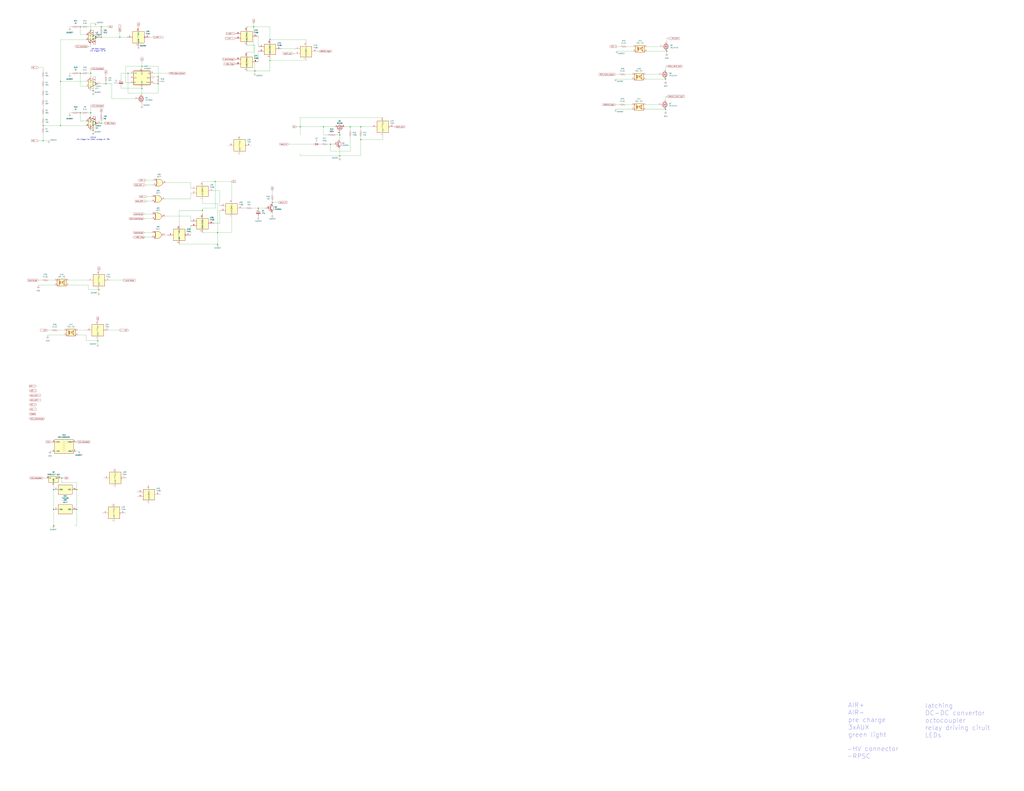
<source format=kicad_sch>
(kicad_sch (version 20231120) (generator "eeschema") (generator_version "8.0")
  (paper "E")
  (junction (at 237.49 266.7))
  (junction (at 393.7 152.4))
  (junction (at 727.71 55.88))
  (junction (at 726.44 119.38))
  (junction (at 139.7 80.01))
  (junction (at 106.68 372.11))
  (junction (at 99.06 80.01))
  (junction (at 66.04 137.16))
  (junction (at 101.6 99.06))
  (junction (at 294.64 43.18))
  (junction (at 58.42 556.26))
  (junction (at 360.68 157.48))
  (junction (at 46.99 137.16))
  (junction (at 220.98 229.87))
  (junction (at 46.99 153.67))
  (junction (at 87.63 29.21))
  (junction (at 115.57 91.44))
  (junction (at 370.84 147.32))
  (junction (at 172.72 83.82))
  (junction (at 87.63 123.19))
  (junction (at 58.42 574.04))
  (junction (at 234.95 198.12))
  (junction (at 110.49 29.21))
  (junction (at 110.49 134.62))
  (junction (at 237.49 254))
  (junction (at 58.42 534.67))
  (junction (at 353.06 138.43))
  (junction (at 101.6 142.24))
  (junction (at 67.31 521.97))
  (junction (at 83.82 556.26))
  (junction (at 370.84 170.18))
  (junction (at 281.94 227.33))
  (junction (at 382.27 138.43))
  (junction (at 99.06 33.02))
  (junction (at 327.66 138.43))
  (junction (at 154.94 96.52))
  (junction (at 297.18 220.98))
  (junction (at 278.13 77.47))
  (junction (at 294.64 66.04))
  (junction (at 87.63 80.01))
  (junction (at 393.7 138.43))
  (junction (at 154.94 72.39))
  (junction (at 172.72 91.44))
  (junction (at 99.06 123.19))
  (junction (at 130.81 40.64))
  (junction (at 107.95 316.23))
  (junction (at 726.44 86.36))
  (junction (at 83.82 534.67))
  (junction (at 66.04 88.9))
  (junction (at 276.86 29.21))
  (junction (at 110.49 40.64))
  (wire (pts (xy 83.82 534.67) (xy 83.82 556.26)))
  (wire (pts (xy 99.06 80.01) (xy 99.06 83.82)))
  (wire (pts (xy 46.99 153.67) (xy 46.99 146.05)))
  (wire (pts (xy 86.36 80.01) (xy 87.63 80.01)))
  (wire (pts (xy 130.81 40.64) (xy 138.43 40.64)))
  (wire (pts (xy 63.5 360.68) (xy 69.85 360.68)))
  (wire (pts (xy 46.99 125.73) (xy 46.99 128.27)))
  (wire (pts (xy 220.98 227.33) (xy 220.98 229.87)))
  (wire (pts (xy 240.03 208.28) (xy 240.03 224.79)))
  (wire (pts (xy 119.38 360.68) (xy 130.81 360.68)))
  (wire (pts (xy 269.24 77.47) (xy 278.13 77.47)))
  (wire (pts (xy 83.82 556.26) (xy 83.82 574.04)))
  (wire (pts (xy 157.48 254) (xy 165.1 254)))
  (wire (pts (xy 370.84 147.32) (xy 370.84 152.4)))
  (wire (pts (xy 281.94 39.37) (xy 281.94 50.8)))
  (wire (pts (xy 151.13 29.21) (xy 151.13 30.48)))
  (wire (pts (xy 172.72 91.44) (xy 172.72 101.6)))
  (wire (pts (xy 673.1 55.88) (xy 690.88 55.88)))
  (wire (pts (xy 704.85 119.38) (xy 726.44 119.38)))
  (wire (pts (xy 327.66 128.27) (xy 327.66 138.43)))
  (wire (pts (xy 106.68 372.11) (xy 106.68 370.84)))
  (wire (pts (xy 132.08 80.01) (xy 132.08 86.36)))
  (wire (pts (xy 269.24 57.15) (xy 276.86 57.15)))
  (wire (pts (xy 139.7 101.6) (xy 172.72 101.6)))
  (wire (pts (xy 320.04 58.42) (xy 321.31 58.42)))
  (wire (pts (xy 208.28 246.38) (xy 208.28 256.54)))
  (wire (pts (xy 46.99 137.16) (xy 46.99 138.43)))
  (wire (pts (xy 718.82 114.3) (xy 704.85 114.3)))
  (wire (pts (xy 252.73 237.49) (xy 252.73 254)))
  (wire (pts (xy 67.31 527.05) (xy 67.31 521.97)))
  (wire (pts (xy 110.49 29.21) (xy 110.49 30.48)))
  (wire (pts (xy 370.84 162.56) (xy 370.84 170.18)))
  (wire (pts (xy 99.06 74.93) (xy 99.06 80.01)))
  (wire (pts (xy 158.75 196.85) (xy 166.37 196.85)))
  (wire (pts (xy 115.57 90.17) (xy 115.57 91.44)))
  (wire (pts (xy 106.68 375.92) (xy 106.68 372.11)))
  (wire (pts (xy 220.98 254) (xy 237.49 254)))
  (wire (pts (xy 327.66 138.43) (xy 353.06 138.43)))
  (wire (pts (xy 327.66 128.27) (xy 417.83 128.27)))
  (wire (pts (xy 55.88 482.6) (xy 57.15 482.6)))
  (wire (pts (xy 66.04 88.9) (xy 66.04 137.16)))
  (wire (pts (xy 41.91 153.67) (xy 46.99 153.67)))
  (wire (pts (xy 393.7 138.43) (xy 405.13 138.43)))
  (wire (pts (xy 52.07 365.76) (xy 69.85 365.76)))
  (wire (pts (xy 83.82 574.04) (xy 81.28 574.04)))
  (wire (pts (xy 99.06 25.4) (xy 99.06 33.02)))
  (wire (pts (xy 382.27 138.43) (xy 393.7 138.43)))
  (wire (pts (xy 726.44 72.39) (xy 726.44 76.2)))
  (wire (pts (xy 83.82 534.67) (xy 83.82 527.05)))
  (wire (pts (xy 58.42 556.26) (xy 58.42 574.04)))
  (wire (pts (xy 85.09 365.76) (xy 93.98 365.76)))
  (wire (pts (xy 88.9 123.19) (xy 87.63 123.19)))
  (wire (pts (xy 334.01 45.72) (xy 334.01 43.18)))
  (wire (pts (xy 96.52 29.21) (xy 110.49 29.21)))
  (wire (pts (xy 240.03 208.28) (xy 233.68 208.28)))
  (wire (pts (xy 142.24 90.17) (xy 137.16 90.17)))
  (wire (pts (xy 208.28 199.39) (xy 208.28 205.74)))
  (wire (pts (xy 154.94 72.39) (xy 172.72 72.39)))
  (wire (pts (xy 109.22 91.44) (xy 115.57 91.44)))
  (wire (pts (xy 54.61 492.76) (xy 57.15 492.76)))
  (wire (pts (xy 66.04 43.18) (xy 66.04 88.9)))
  (wire (pts (xy 671.83 119.38) (xy 689.61 119.38)))
  (wire (pts (xy 158.75 201.93) (xy 166.37 201.93)))
  (wire (pts (xy 281.94 227.33) (xy 289.56 227.33)))
  (wire (pts (xy 93.98 38.1) (xy 87.63 38.1)))
  (wire (pts (xy 294.64 77.47) (xy 278.13 77.47)))
  (wire (pts (xy 167.64 83.82) (xy 167.64 85.09)))
  (wire (pts (xy 360.68 157.48) (xy 363.22 157.48)))
  (wire (pts (xy 115.57 81.28) (xy 115.57 82.55)))
  (wire (pts (xy 727.71 105.41) (xy 726.44 105.41)))
  (wire (pts (xy 41.91 311.15) (xy 59.69 311.15)))
  (wire (pts (xy 110.49 38.1) (xy 110.49 40.64)))
  (wire (pts (xy 172.72 72.39) (xy 172.72 83.82)))
  (wire (pts (xy 74.93 311.15) (xy 96.52 311.15)))
  (wire (pts (xy 83.82 527.05) (xy 67.31 527.05)))
  (wire (pts (xy 683.26 81.28) (xy 689.61 81.28)))
  (wire (pts (xy 46.99 105.41) (xy 46.99 107.95)))
  (wire (pts (xy 252.73 198.12) (xy 252.73 217.17)))
  (wire (pts (xy 237.49 222.25) (xy 237.49 254)))
  (wire (pts (xy 281.94 228.6) (xy 281.94 227.33)))
  (wire (pts (xy 237.49 254) (xy 252.73 254)))
  (wire (pts (xy 276.86 25.4) (xy 276.86 29.21)))
  (wire (pts (xy 181.61 199.39) (xy 208.28 199.39)))
  (wire (pts (xy 195.58 229.87) (xy 220.98 229.87)))
  (wire (pts (xy 130.81 34.29) (xy 130.81 40.64)))
  (wire (pts (xy 99.06 115.57) (xy 99.06 123.19)))
  (wire (pts (xy 220.98 218.44) (xy 220.98 222.25)))
  (wire (pts (xy 208.28 217.17) (xy 180.34 217.17)))
  (wire (pts (xy 132.08 80.01) (xy 139.7 80.01)))
  (wire (pts (xy 58.42 534.67) (xy 58.42 529.59)))
  (wire (pts (xy 393.7 149.86) (xy 393.7 152.4)))
  (wire (pts (xy 237.49 266.7) (xy 195.58 266.7)))
  (wire (pts (xy 297.18 232.41) (xy 297.18 234.95)))
  (wire (pts (xy 294.64 66.04) (xy 294.64 77.47)))
  (wire (pts (xy 87.63 29.21) (xy 87.63 38.1)))
  (wire (pts (xy 370.84 170.18) (xy 393.7 170.18)))
  (wire (pts (xy 99.06 99.06) (xy 101.6 99.06)))
  (wire (pts (xy 96.52 311.15) (xy 96.52 316.23)))
  (wire (pts (xy 294.64 29.21) (xy 294.64 43.18)))
  (wire (pts (xy 87.63 123.19) (xy 87.63 132.08)))
  (wire (pts (xy 41.91 73.66) (xy 46.99 73.66)))
  (wire (pts (xy 220.98 198.12) (xy 234.95 198.12)))
  (wire (pts (xy 101.6 101.6) (xy 101.6 99.06)))
  (wire (pts (xy 82.55 492.76) (xy 86.36 492.76)))
  (wire (pts (xy 726.44 88.9) (xy 726.44 86.36)))
  (wire (pts (xy 109.22 134.62) (xy 110.49 134.62)))
  (wire (pts (xy 278.13 49.53) (xy 278.13 77.47)))
  (wire (pts (xy 297.18 208.28) (xy 297.18 212.09)))
  (wire (pts (xy 265.43 227.33) (xy 267.97 227.33)))
  (wire (pts (xy 74.93 306.07) (xy 95.25 306.07)))
  (wire (pts (xy 154.94 96.52) (xy 154.94 102.87)))
  (wire (pts (xy 154.94 113.03) (xy 154.94 115.57)))
  (wire (pts (xy 281.94 55.88) (xy 281.94 67.31)))
  (wire (pts (xy 172.72 83.82) (xy 167.64 83.82)))
  (wire (pts (xy 46.99 137.16) (xy 66.04 137.16)))
  (wire (pts (xy 220.98 227.33) (xy 234.95 227.33)))
  (wire (pts (xy 110.49 40.64) (xy 130.81 40.64)))
  (wire (pts (xy 66.04 88.9) (xy 93.98 88.9)))
  (wire (pts (xy 110.49 132.08) (xy 110.49 134.62)))
  (wire (pts (xy 726.44 105.41) (xy 726.44 109.22)))
  (wire (pts (xy 82.55 482.6) (xy 83.82 482.6)))
  (wire (pts (xy 99.06 48.26) (xy 99.06 50.8)))
  (wire (pts (xy 673.1 50.8) (xy 676.91 50.8)))
  (wire (pts (xy 99.06 123.19) (xy 99.06 127)))
  (wire (pts (xy 276.86 29.21) (xy 294.64 29.21)))
  (wire (pts (xy 314.96 157.48) (xy 341.63 157.48)))
  (wire (pts (xy 278.13 49.53) (xy 269.24 49.53)))
  (wire (pts (xy 671.83 86.36) (xy 689.61 86.36)))
  (wire (pts (xy 93.98 132.08) (xy 87.63 132.08)))
  (wire (pts (xy 139.7 80.01) (xy 142.24 80.01)))
  (wire (pts (xy 163.83 40.64) (xy 167.64 40.64)))
  (wire (pts (xy 160.02 214.63) (xy 165.1 214.63)))
  (wire (pts (xy 66.04 137.16) (xy 93.98 137.16)))
  (wire (pts (xy 96.52 80.01) (xy 99.06 80.01)))
  (wire (pts (xy 101.6 144.78) (xy 101.6 142.24)))
  (wire (pts (xy 157.48 259.08) (xy 165.1 259.08)))
  (wire (pts (xy 46.99 153.67) (xy 53.34 153.67)))
  (wire (pts (xy 382.27 149.86) (xy 382.27 165.1)))
  (wire (pts (xy 46.99 135.89) (xy 46.99 137.16)))
  (wire (pts (xy 101.6 48.26) (xy 104.14 48.26)))
  (wire (pts (xy 93.98 372.11) (xy 106.68 372.11)))
  (wire (pts (xy 52.07 360.68) (xy 55.88 360.68)))
  (wire (pts (xy 275.59 227.33) (xy 281.94 227.33)))
  (wire (pts (xy 86.36 29.21) (xy 87.63 29.21)))
  (wire (pts (xy 393.7 138.43) (xy 393.7 142.24)))
  (wire (pts (xy 53.34 306.07) (xy 59.69 306.07)))
  (wire (pts (xy 365.76 147.32) (xy 370.84 147.32)))
  (wire (pts (xy 353.06 138.43) (xy 365.76 138.43)))
  (wire (pts (xy 240.03 229.87) (xy 240.03 243.84)))
  (wire (pts (xy 96.52 123.19) (xy 99.06 123.19)))
  (wire (pts (xy 121.92 107.95) (xy 147.32 107.95)))
  (wire (pts (xy 358.14 157.48) (xy 360.68 157.48)))
  (wire (pts (xy 704.85 86.36) (xy 726.44 86.36)))
  (wire (pts (xy 208.28 236.22) (xy 208.28 241.3)))
  (wire (pts (xy 180.34 256.54) (xy 182.88 256.54)))
  (wire (pts (xy 323.85 138.43) (xy 327.66 138.43)))
  (wire (pts (xy 86.36 123.19) (xy 87.63 123.19)))
  (wire (pts (xy 240.03 243.84) (xy 233.68 243.84)))
  (wire (pts (xy 353.06 147.32) (xy 353.06 138.43)))
  (wire (pts (xy 220.98 222.25) (xy 237.49 222.25)))
  (wire (pts (xy 132.08 93.98) (xy 132.08 96.52)))
  (wire (pts (xy 104.14 25.4) (xy 99.06 25.4)))
  (wire (pts (xy 121.92 91.44) (xy 121.92 107.95)))
  (wire (pts (xy 76.2 29.21) (xy 76.2 30.48)))
  (wire (pts (xy 58.42 534.67) (xy 58.42 556.26)))
  (wire (pts (xy 67.31 521.97) (xy 66.04 521.97)))
  (wire (pts (xy 76.2 123.19) (xy 78.74 123.19)))
  (wire (pts (xy 110.49 123.19) (xy 110.49 124.46)))
  (wire (pts (xy 370.84 146.05) (xy 370.84 147.32)))
  (wire (pts (xy 683.26 114.3) (xy 689.61 114.3)))
  (wire (pts (xy 370.84 170.18) (xy 370.84 172.72)))
  (wire (pts (xy 706.12 55.88) (xy 727.71 55.88)))
  (wire (pts (xy 99.06 142.24) (xy 101.6 142.24)))
  (wire (pts (xy 93.98 365.76) (xy 93.98 372.11)))
  (wire (pts (xy 727.71 72.39) (xy 726.44 72.39)))
  (wire (pts (xy 167.64 91.44) (xy 172.72 91.44)))
  (wire (pts (xy 237.49 254) (xy 237.49 266.7)))
  (wire (pts (xy 360.68 165.1) (xy 382.27 165.1)))
  (wire (pts (xy 297.18 220.98) (xy 297.18 222.25)))
  (wire (pts (xy 220.98 229.87) (xy 220.98 233.68)))
  (wire (pts (xy 137.16 72.39) (xy 154.94 72.39)))
  (wire (pts (xy 180.34 236.22) (xy 208.28 236.22)))
  (wire (pts (xy 684.53 50.8) (xy 690.88 50.8)))
  (wire (pts (xy 88.9 80.01) (xy 87.63 80.01)))
  (wire (pts (xy 154.94 67.31) (xy 154.94 72.39)))
  (wire (pts (xy 110.49 29.21) (xy 118.11 29.21)))
  (wire (pts (xy 727.71 41.91) (xy 727.71 45.72)))
  (wire (pts (xy 360.68 157.48) (xy 360.68 165.1)))
  (wire (pts (xy 349.25 157.48) (xy 350.52 157.48)))
  (wire (pts (xy 110.49 134.62) (xy 114.3 134.62)))
  (wire (pts (xy 167.64 80.01) (xy 184.15 80.01)))
  (wire (pts (xy 137.16 90.17) (xy 137.16 72.39)))
  (wire (pts (xy 307.34 53.34) (xy 321.31 53.34)))
  (wire (pts (xy 85.09 360.68) (xy 93.98 360.68)))
  (wire (pts (xy 87.63 80.01) (xy 87.63 93.98)))
  (wire (pts (xy 382.27 142.24) (xy 382.27 138.43)))
  (wire (pts (xy 393.7 170.18) (xy 393.7 152.4)))
  (wire (pts (xy 154.94 95.25) (xy 154.94 96.52)))
  (wire (pts (xy 327.66 170.18) (xy 370.84 170.18)))
  (wire (pts (xy 69.85 521.97) (xy 67.31 521.97)))
  (wire (pts (xy 358.14 147.32) (xy 353.06 147.32)))
  (wire (pts (xy 99.06 50.8) (xy 96.52 50.8)))
  (wire (pts (xy 93.98 43.18) (xy 66.04 43.18)))
  (wire (pts (xy 101.6 83.82) (xy 104.14 83.82)))
  (wire (pts (xy 297.18 219.71) (xy 297.18 220.98)))
  (wire (pts (xy 234.95 198.12) (xy 252.73 198.12)))
  (wire (pts (xy 46.99 95.25) (xy 46.99 97.79)))
  (wire (pts (xy 120.65 306.07) (xy 134.62 306.07)))
  (wire (pts (xy 375.92 138.43) (xy 382.27 138.43)))
  (wire (pts (xy 157.48 238.76) (xy 165.1 238.76)))
  (wire (pts (xy 76.2 80.01) (xy 78.74 80.01)))
  (wire (pts (xy 96.52 316.23) (xy 107.95 316.23)))
  (wire (pts (xy 132.08 96.52) (xy 154.94 96.52)))
  (wire (pts (xy 417.83 148.59) (xy 417.83 152.4)))
  (wire (pts (xy 101.6 127) (xy 104.14 127)))
  (wire (pts (xy 76.2 80.01) (xy 76.2 81.28)))
  (wire (pts (xy 76.2 29.21) (xy 78.74 29.21)))
  (wire (pts (xy 87.63 93.98) (xy 93.98 93.98)))
  (wire (pts (xy 334.01 43.18) (xy 294.64 43.18)))
  (wire (pts (xy 334.01 66.04) (xy 294.64 66.04)))
  (wire (pts (xy 728.98 41.91) (xy 727.71 41.91)))
  (wire (pts (xy 208.28 210.82) (xy 208.28 217.17)))
  (wire (pts (xy 107.95 320.04) (xy 107.95 316.23)))
  (wire (pts (xy 720.09 50.8) (xy 706.12 50.8)))
  (wire (pts (xy 195.58 246.38) (xy 195.58 229.87)))
  (wire (pts (xy 276.86 29.21) (xy 269.24 29.21)))
  (wire (pts (xy 139.7 80.01) (xy 139.7 101.6)))
  (wire (pts (xy 52.07 365.76) (xy 52.07 367.03)))
  (wire (pts (xy 278.13 80.01) (xy 278.13 77.47)))
  (wire (pts (xy 393.7 152.4) (xy 417.83 152.4)))
  (wire (pts (xy 41.91 306.07) (xy 45.72 306.07)))
  (wire (pts (xy 46.99 521.97) (xy 50.8 521.97)))
  (wire (pts (xy 160.02 219.71) (xy 165.1 219.71)))
  (wire (pts (xy 671.83 114.3) (xy 675.64 114.3)))
  (wire (pts (xy 46.99 85.09) (xy 46.99 87.63)))
  (wire (pts (xy 726.44 121.92) (xy 726.44 119.38)))
  (wire (pts (xy 294.64 63.5) (xy 294.64 66.04)))
  (wire (pts (xy 718.82 81.28) (xy 704.85 81.28)))
  (wire (pts (xy 109.22 40.64) (xy 110.49 40.64)))
  (wire (pts (xy 46.99 77.47) (xy 46.99 73.66)))
  (wire (pts (xy 327.66 138.43) (xy 327.66 147.32)))
  (wire (pts (xy 327.66 167.64) (xy 327.66 170.18)))
  (wire (pts (xy 727.71 58.42) (xy 727.71 55.88)))
  (wire (pts (xy 76.2 123.19) (xy 76.2 124.46)))
  (wire (pts (xy 46.99 115.57) (xy 46.99 118.11)))
  (wire (pts (xy 297.18 220.98) (xy 303.53 220.98)))
  (wire (pts (xy 60.96 574.04) (xy 58.42 574.04)))
  (wire (pts (xy 671.83 81.28) (xy 675.64 81.28)))
  (wire (pts (xy 234.95 198.12) (xy 234.95 227.33)))
  (wire (pts (xy 88.9 29.21) (xy 87.63 29.21)))
  (wire (pts (xy 154.94 72.39) (xy 154.94 74.93)))
  (wire (pts (xy 346.71 55.88) (xy 347.98 55.88)))
  (wire (pts (xy 99.06 33.02) (xy 101.6 33.02)))
  (wire (pts (xy 276.86 57.15) (xy 276.86 29.21)))
  (wire (pts (xy 167.64 91.44) (xy 167.64 90.17)))
  (wire (pts (xy 281.94 236.22) (xy 281.94 237.49)))
  (wire (pts (xy 121.92 91.44) (xy 115.57 91.44)))
  (wire (pts (xy 41.91 311.15) (xy 41.91 312.42)))
  (wire (pts (xy 157.48 233.68) (xy 165.1 233.68)))
  (text "-HV connector\n-RPSC\n" (at 924.052 821.944 0) (effects (font (size 5 5)) (justify left)))
  (text "AIR+\nAIR-\npre charge\n3xAUX\ngreen light" (at 925.576 786.384 0) (effects (font (size 5 5)) (justify left)))
  (text "AIR 95% trigger\nwill trigger for 9v \n" (at 107.442 54.61 0) (effects (font (size 1.27 1.27))))
  (text "GREEN\nwill trigger for under voltage of ~59v\n" (at 101.854 151.384 0) (effects (font (size 1.27 1.27))))
  (text "latching\nDC-DC convertor\noctocoupler\nrelay driving ciruit\nLEDs" (at 1009.65 786.892 0) (effects (font (size 5 5)) (justify left)))
  (global_label "\\ 60v_flag" (shape output) (at 114.3 134.62 0) (property "Intersheetrefs" "${INTERSHEET_REFS}" (effects (hide yes))))
  (global_label "GREEN_LIGHT_OUT" (shape input) (at 727.71 105.41 0) (property "Intersheetrefs" "${INTERSHEET_REFS}" (effects (hide yes))))
  (global_label "AUX_precharge" (shape input) (at 157.48 238.76 180) (property "Intersheetrefs" "${INTERSHEET_REFS}" (effects (hide yes))))
  (global_label "12v_isolated" (shape input) (at 46.99 521.97 180) (property "Intersheetrefs" "${INTERSHEET_REFS}" (effects (hide yes))))
  (global_label "12v_isolated" (shape input) (at 96.52 50.8 180) (property "Intersheetrefs" "${INTERSHEET_REFS}" (effects (hide yes))))
  (global_label "5v" (shape input) (at 106.68 350.52 90) (property "Intersheetrefs" "${INTERSHEET_REFS}" (effects (hide yes))))
  (global_label "12v_isolated" (shape input) (at 99.06 115.57 0) (property "Intersheetrefs" "${INTERSHEET_REFS}" (effects (hide yes))))
  (global_label "12v" (shape input) (at 55.88 482.6 180) (property "Intersheetrefs" "${INTERSHEET_REFS}" (effects (hide yes))))
  (global_label "\\ - AIR" (shape output) (at 130.81 360.68 0) (property "Intersheetrefs" "${INTERSHEET_REFS}" (effects (hide yes))))
  (global_label "MC +" (shape input) (at 31.75 441.96 0) (property "Intersheetrefs" "${INTERSHEET_REFS}" (effects (hide yes))))
  (global_label "AUX_precharge" (shape input) (at 31.75 457.2 0) (property "Intersheetrefs" "${INTERSHEET_REFS}" (effects (hide yes))))
  (global_label "AIR -" (shape input) (at 31.75 426.72 0) (property "Intersheetrefs" "${INTERSHEET_REFS}" (effects (hide yes))))
  (global_label "latch_out" (shape input) (at 430.53 138.43 0) (property "Intersheetrefs" "${INTERSHEET_REFS}" (effects (hide yes))))
  (global_label "AIR +" (shape output) (at 673.1 50.8 180) (property "Intersheetrefs" "${INTERSHEET_REFS}" (effects (hide yes))))
  (global_label "5v" (shape input) (at 110.49 123.19 90) (property "Intersheetrefs" "${INTERSHEET_REFS}" (effects (hide yes))))
  (global_label "5v" (shape input) (at 323.85 138.43 180) (property "Intersheetrefs" "${INTERSHEET_REFS}" (effects (hide yes))))
  (global_label "MC -" (shape input) (at 41.91 153.67 180) (property "Intersheetrefs" "${INTERSHEET_REFS}" (effects (hide yes))))
  (global_label "AIR +" (shape output) (at 158.75 196.85 180) (property "Intersheetrefs" "${INTERSHEET_REFS}" (effects (hide yes))))
  (global_label "AUX_AIR +" (shape input) (at 31.75 431.8 0) (property "Intersheetrefs" "${INTERSHEET_REFS}" (effects (hide yes))))
  (global_label "precharge" (shape input) (at 41.91 306.07 180) (property "Intersheetrefs" "${INTERSHEET_REFS}" (effects (hide yes))))
  (global_label "GREEN_light" (shape input) (at 347.98 55.88 0) (property "Intersheetrefs" "${INTERSHEET_REFS}" (effects (hide yes))))
  (global_label "5v" (shape input) (at 69.85 521.97 0) (property "Intersheetrefs" "${INTERSHEET_REFS}" (effects (hide yes))))
  (global_label "5v" (shape input) (at 276.86 25.4 90) (property "Intersheetrefs" "${INTERSHEET_REFS}" (effects (hide yes))))
  (global_label "\\ AIR + " (shape output) (at 167.64 40.64 0) (property "Intersheetrefs" "${INTERSHEET_REFS}" (effects (hide yes))))
  (global_label "MC -" (shape input) (at 31.75 447.04 0) (property "Intersheetrefs" "${INTERSHEET_REFS}" (effects (hide yes))))
  (global_label "AUX_AIR +" (shape input) (at 158.75 201.93 180) (property "Intersheetrefs" "${INTERSHEET_REFS}" (effects (hide yes))))
  (global_label "AUX_AIR -" (shape input) (at 160.02 219.71 180) (property "Intersheetrefs" "${INTERSHEET_REFS}" (effects (hide yes))))
  (global_label "precharge" (shape input) (at 157.48 254 180) (property "Intersheetrefs" "${INTERSHEET_REFS}" (effects (hide yes))))
  (global_label "latch_in" (shape input) (at 303.53 220.98 0) (property "Intersheetrefs" "${INTERSHEET_REFS}" (effects (hide yes))))
  (global_label "MC +" (shape input) (at 41.91 73.66 180) (property "Intersheetrefs" "${INTERSHEET_REFS}" (effects (hide yes))))
  (global_label "latch_out" (shape input) (at 320.04 58.42 180) (property "Intersheetrefs" "${INTERSHEET_REFS}" (effects (hide yes))))
  (global_label "\\ precharge" (shape input) (at 256.54 64.77 180) (property "Intersheetrefs" "${INTERSHEET_REFS}" (effects (hide yes))))
  (global_label "\\ AIR -" (shape input) (at 256.54 36.83 180) (property "Intersheetrefs" "${INTERSHEET_REFS}" (effects (hide yes))))
  (global_label "AUX_AIR -" (shape input) (at 31.75 436.88 0) (property "Intersheetrefs" "${INTERSHEET_REFS}" (effects (hide yes))))
  (global_label "AIR +" (shape output) (at 130.81 34.29 90) (property "Intersheetrefs" "${INTERSHEET_REFS}" (effects (hide yes))))
  (global_label "\\ AIR + " (shape input) (at 256.54 41.91 180) (property "Intersheetrefs" "${INTERSHEET_REFS}" (effects (hide yes))))
  (global_label "RED_LIGHT_OUT" (shape input) (at 727.71 72.39 0) (property "Intersheetrefs" "${INTERSHEET_REFS}" (effects (hide yes))))
  (global_label "TSMS" (shape input) (at 31.75 452.12 0) (property "Intersheetrefs" "${INTERSHEET_REFS}" (effects (hide yes))))
  (global_label "\\ precharge" (shape output) (at 134.62 306.07 0) (property "Intersheetrefs" "${INTERSHEET_REFS}" (effects (hide yes))))
  (global_label "5v" (shape input) (at 115.57 81.28 90) (property "Intersheetrefs" "${INTERSHEET_REFS}" (effects (hide yes))))
  (global_label "5v" (shape input) (at 154.94 67.31 90) (property "Intersheetrefs" "${INTERSHEET_REFS}" (effects (hide yes))))
  (global_label "\\ 60v_flag" (shape output) (at 157.48 259.08 180) (property "Intersheetrefs" "${INTERSHEET_REFS}" (effects (hide yes))))
  (global_label "RED_light_signal" (shape input) (at 671.83 81.28 180) (property "Intersheetrefs" "${INTERSHEET_REFS}" (effects (hide yes))))
  (global_label "5v" (shape input) (at 151.13 29.21 90) (property "Intersheetrefs" "${INTERSHEET_REFS}" (effects (hide yes))))
  (global_label "5v" (shape input) (at 107.95 295.91 90) (property "Intersheetrefs" "${INTERSHEET_REFS}" (effects (hide yes))))
  (global_label "5v" (shape input) (at 118.11 29.21 0) (property "Intersheetrefs" "${INTERSHEET_REFS}" (effects (hide yes))))
  (global_label "latch_in" (shape input) (at 314.96 157.48 180) (property "Intersheetrefs" "${INTERSHEET_REFS}" (effects (hide yes))))
  (global_label "5v" (shape input) (at 297.18 208.28 90) (property "Intersheetrefs" "${INTERSHEET_REFS}" (effects (hide yes))))
  (global_label "AIR +" (shape output) (at 31.75 421.64 0) (property "Intersheetrefs" "${INTERSHEET_REFS}" (effects (hide yes))))
  (global_label "+ AIR_OUT" (shape input) (at 728.98 41.91 0) (property "Intersheetrefs" "${INTERSHEET_REFS}" (effects (hide yes))))
  (global_label "GREEN_light" (shape input) (at 671.83 114.3 180) (property "Intersheetrefs" "${INTERSHEET_REFS}" (effects (hide yes))))
  (global_label "5v" (shape input) (at 252.73 198.12 0) (property "Intersheetrefs" "${INTERSHEET_REFS}" (effects (hide yes))))
  (global_label "precharge" (shape input) (at 157.48 233.68 180) (property "Intersheetrefs" "${INTERSHEET_REFS}" (effects (hide yes))))
  (global_label "- AIR" (shape input) (at 52.07 360.68 180) (property "Intersheetrefs" "${INTERSHEET_REFS}" (effects (hide yes))))
  (global_label "12v_isolated" (shape input) (at 99.06 74.93 0) (property "Intersheetrefs" "${INTERSHEET_REFS}" (effects (hide yes))))
  (global_label "\\ 60v_flag" (shape input) (at 256.54 69.85 180) (property "Intersheetrefs" "${INTERSHEET_REFS}" (effects (hide yes))))
  (global_label "RED_light_signal" (shape input) (at 184.15 80.01 0) (property "Intersheetrefs" "${INTERSHEET_REFS}" (effects (hide yes))))
  (global_label "12v_isolated" (shape input) (at 83.82 482.6 0) (property "Intersheetrefs" "${INTERSHEET_REFS}" (effects (hide yes))))
  (global_label "AIR -" (shape input) (at 160.02 214.63 180) (property "Intersheetrefs" "${INTERSHEET_REFS}" (effects (hide yes))))
  (symbol (lib_id "74xx_IEEE:7408") (at 220.98 208.28 0) (unit 1)
    (property "Reference" "U9" (at 231.14 201.9614 0))
    (property "Value" "7408" (at 231.14 204.5014 0))
  )
  (symbol (lib_id "Transistor_FET:IRLIZ44N") (at 725.17 50.8 0) (unit 1)
    (property "Reference" "Q5" (at 731.52 49.5299 0) (effects (justify left)))
    (property "Value" "IRLIZ44N" (at 731.52 52.0699 0) (effects (justify left)))
    (property "Footprint" "Package_TO_SOT_THT:TO-220F-3_Vertical" (effects (hide yes)))
    (property "Datasheet" "http://www.irf.com/product-info/datasheets/data/irliz44n.pdf" (effects (hide yes)))
    (property "Description" "30A Id, 55V Vds, 22mOhm Rds, N-Channel HEXFET Power MOSFET, TO-220AB" (effects (hide yes)))
  )
  (symbol (lib_id "Device:R_US") (at 393.7 146.05 0) (unit 1)
    (property "Reference" "R14" (at 396.24 144.7799 0) (effects (justify left)))
    (property "Value" "10k" (at 396.24 147.3199 0) (effects (justify left)))
    (property "Description" "Resistor, US symbol" (effects (hide yes)))
  )
  (symbol (lib_id "Device:C_Polarized") (at 281.94 232.41 0) (unit 1)
    (property "Reference" "C2" (at 285.75 230.2509 0) (effects (justify left)))
    (property "Value" "47u" (at 285.75 232.7909 0) (effects (justify left)))
    (property "Description" "Polarized capacitor" (effects (hide yes)))
  )
  (symbol (lib_id "Device:D") (at 345.44 157.48 180) (unit 1)
    (property "Reference" "D1" (at 345.44 151.13 0))
    (property "Value" "D" (at 345.44 153.67 0))
    (property "Description" "Diode" (effects (hide yes)))
    (property "Sim.Device" "D" (effects (hide yes)))
    (property "Sim.Pins" "1=K 2=A" (effects (hide yes)))
  )
  (symbol (lib_id "power:GND") (at 727.71 58.42 0) (unit 1)
    (property "Reference" "#PWR024" (effects (hide yes)))
    (property "Value" "GND" (at 727.71 63.5 0))
    (property "Description" "Power symbol creates a global label with name \"GND\" , ground" (effects (hide yes)))
  )
  (symbol (lib_id "74xx_IEEE:7408") (at 334.01 55.88 0) (unit 2)
    (property "Reference" "U7" (at 344.17 49.5614 0))
    (property "Value" "7408" (at 344.17 52.1014 0))
  )
  (symbol (lib_id "Comparator:LM311") (at 101.6 40.64 0) (mirror x) (unit 1)
    (property "Reference" "U2" (at 105.664 35.56 0))
    (property "Value" "LM311" (at 107.442 37.846 0))
    (property "Datasheet" "https://www.st.com/resource/en/datasheet/lm311.pdf" (effects (hide yes)))
    (property "Description" "Voltage Comparator, DIP-8/SOIC-8" (effects (hide yes)))
  )
  (symbol (lib_id "Device:R_US") (at 271.78 227.33 90) (unit 1)
    (property "Reference" "R27" (at 271.78 220.98 90))
    (property "Value" "10k" (at 271.78 223.52 90))
    (property "Description" "Resistor, US symbol" (effects (hide yes)))
  )
  (symbol (lib_id "74xx_IEEE:7404") (at 151.13 40.64 0) (unit 1)
    (property "Reference" "U3" (at 161.29 34.3214 0))
    (property "Value" "7404" (at 161.29 36.8614 0))
  )
  (symbol (lib_id "Regulator_Linear:AMS1117-5.0") (at 58.42 521.97 0) (unit 1)
    (property "Reference" "U5" (at 58.42 515.62 0))
    (property "Value" "AMS1117-5.0" (at 58.42 518.16 0))
    (property "Footprint" "Package_TO_SOT_SMD:SOT-223-3_TabPin2" (effects (hide yes)))
    (property "Datasheet" "http://www.advanced-monolithic.com/pdf/ds1117.pdf" (effects (hide yes)))
    (property "Description" "1A Low Dropout regulator, positive, 5.0V fixed output, SOT-223" (effects (hide yes)))
  )
  (symbol (lib_id "power:GND") (at 726.44 88.9 0) (unit 1)
    (property "Reference" "#PWR026" (effects (hide yes)))
    (property "Value" "GND" (at 726.44 93.98 0))
    (property "Description" "Power symbol creates a global label with name \"GND\" , ground" (effects (hide yes)))
  )
  (symbol (lib_id "74xx_IEEE:7404") (at 261.62 158.75 0) (unit 4)
    (property "Reference" "U3" (at 271.78 152.4314 0))
    (property "Value" "7404" (at 271.78 154.9714 0))
  )
  (symbol (lib_id "power:GNDREF") (at 297.18 234.95 0) (unit 1)
    (property "Reference" "#PWR020" (effects (hide yes)))
    (property "Value" "GNDREF" (at 297.434 239.014 0))
    (property "Description" "Power symbol creates a global label with name \"GNDREF\" , reference supply ground" (effects (hide yes)))
  )
  (symbol (lib_id "power:GNDREF") (at 76.2 30.48 0) (mirror y) (unit 1)
    (property "Reference" "#PWR04" (effects (hide yes)))
    (property "Value" "GNDREF" (at 76.2 35.56 0))
    (property "Description" "Power symbol creates a global label with name \"GNDREF\" , reference supply ground" (effects (hide yes)))
  )
  (symbol (lib_id "4xxx:4077") (at 172.72 236.22 0) (unit 3)
    (property "Reference" "U8" (at 172.4152 227.33 0))
    (property "Value" "4077" (at 172.4152 229.87 0))
    (property "Datasheet" "http://www.intersil.com/content/dam/Intersil/documents/cd40/cd4076bms.pdf" (effects (hide yes)))
    (property "Description" "Quad Xnor 2 inputs" (effects (hide yes)))
  )
  (symbol (lib_id "power:GNDREF") (at 101.6 144.78 0) (unit 1)
    (property "Reference" "#PWR02" (effects (hide yes)))
    (property "Value" "GNDREF" (at 106.68 144.018 0))
    (property "Description" "Power symbol creates a global label with name \"GNDREF\" , reference supply ground" (effects (hide yes)))
  )
  (symbol (lib_id "Transistor_FET:IRLIZ44N") (at 723.9 114.3 0) (unit 1)
    (property "Reference" "Q7" (at 730.25 113.0299 0) (effects (justify left)))
    (property "Value" "IRLIZ44N" (at 730.25 115.5699 0) (effects (justify left)))
    (property "Footprint" "Package_TO_SOT_THT:TO-220F-3_Vertical" (effects (hide yes)))
    (property "Datasheet" "http://www.irf.com/product-info/datasheets/data/irliz44n.pdf" (effects (hide yes)))
    (property "Description" "30A Id, 55V Vds, 22mOhm Rds, N-Channel HEXFET Power MOSFET, TO-220AB" (effects (hide yes)))
  )
  (symbol (lib_id "Device:R_US") (at 82.55 123.19 270) (mirror x) (unit 1)
    (property "Reference" "R10" (at 82.55 116.84 90))
    (property "Value" "1k" (at 82.55 119.38 90))
    (property "Description" "Resistor, US symbol" (effects (hide yes)))
  )
  (symbol (lib_id "Device:R_US") (at 297.18 215.9 0) (mirror y) (unit 1)
    (property "Reference" "R30" (at 294.64 214.6299 0) (effects (justify left)))
    (property "Value" "10k" (at 294.64 217.1699 0) (effects (justify left)))
    (property "Description" "Resistor, US symbol" (effects (hide yes)))
  )
  (symbol (lib_id "power:GNDREF") (at 101.6 101.6 0) (unit 1)
    (property "Reference" "#PWR012" (effects (hide yes)))
    (property "Value" "GNDREF" (at 106.68 100.838 0))
    (property "Description" "Power symbol creates a global label with name \"GNDREF\" , reference supply ground" (effects (hide yes)))
  )
  (symbol (lib_id "74xx_IEEE:7408") (at 162.56 539.75 0) (unit 3)
    (property "Reference" "U9" (at 172.72 533.4314 0))
    (property "Value" "7408" (at 172.72 535.9714 0))
  )
  (symbol (lib_id "4xxx:4077") (at 173.99 199.39 0) (unit 1)
    (property "Reference" "U8" (at 173.6852 190.5 0))
    (property "Value" "4077" (at 173.6852 193.04 0))
    (property "Datasheet" "http://www.intersil.com/content/dam/Intersil/documents/cd40/cd4076bms.pdf" (effects (hide yes)))
    (property "Description" "Quad Xnor 2 inputs" (effects (hide yes)))
  )
  (symbol (lib_id "Transistor_FET:BS250") (at 370.84 140.97 90) (unit 1)
    (property "Reference" "Q1" (at 370.84 132.08 90))
    (property "Value" "BS250" (at 370.84 134.62 90))
    (property "Footprint" "Package_TO_SOT_THT:TO-92_Inline" (effects (hide yes)))
    (property "Datasheet" "http://www.vishay.com/docs/70209/70209.pdf" (effects (hide yes)))
    (property "Description" "-0.18A Id, -45V Vds, P-Channel MOSFET, TO-92" (effects (hide yes)))
  )
  (symbol (lib_id "power:GNDREF") (at 76.2 81.28 0) (mirror y) (unit 1)
    (property "Reference" "#PWR011" (effects (hide yes)))
    (property "Value" "GNDREF" (at 76.2 86.36 0))
    (property "Description" "Power symbol creates a global label with name \"GNDREF\" , reference supply ground" (effects (hide yes)))
  )
  (symbol (lib_id "4xxx:4077") (at 71.12 556.26 270) (unit 5)
    (property "Reference" "U8" (at 71.12 546.1 90))
    (property "Value" "4077" (at 71.12 548.64 90))
    (property "Datasheet" "http://www.intersil.com/content/dam/Intersil/documents/cd40/cd4076bms.pdf" (effects (hide yes)))
    (property "Description" "Quad Xnor 2 inputs" (effects (hide yes)))
  )
  (symbol (lib_id "74xx:74HC00") (at 71.12 534.67 270) (unit 5)
    (property "Reference" "U6" (at 71.12 541.528 90))
    (property "Value" "74HC00" (at 71.12 544.068 90))
    (property "Datasheet" "http://www.ti.com/lit/gpn/sn74hc00" (effects (hide yes)))
    (property "Description" "quad 2-input NAND gate" (effects (hide yes)))
  )
  (symbol (lib_id "power:GNDREF") (at 106.68 375.92 0) (unit 1)
    (property "Reference" "#PWR018" (effects (hide yes)))
    (property "Value" "GNDREF" (at 101.6 375.666 0))
    (property "Description" "Power symbol creates a global label with name \"GNDREF\" , reference supply ground" (effects (hide yes)))
  )
  (symbol (lib_id "74xx_IEEE:7404") (at 106.68 360.68 0) (unit 6)
    (property "Reference" "U3" (at 116.84 354.3614 0))
    (property "Value" "7404" (at 116.84 356.9014 0))
  )
  (symbol (lib_id "Device:R_US") (at 92.71 29.21 270) (mirror x) (unit 1)
    (property "Reference" "R12" (at 92.71 22.86 90))
    (property "Value" "3.3k" (at 92.71 25.4 90))
    (property "Description" "Resistor, US symbol" (effects (hide yes)))
  )
  (symbol (lib_id "power:GNDREF") (at 278.13 80.01 0) (unit 1)
    (property "Reference" "#PWR07" (effects (hide yes)))
    (property "Value" "GNDREF" (at 283.21 82.55 0))
    (property "Description" "Power symbol creates a global label with name \"GNDREF\" , reference supply ground" (effects (hide yes)))
  )
  (symbol (lib_id "Device:R_US") (at 49.53 306.07 90) (unit 1)
    (property "Reference" "R25" (at 49.53 299.72 90))
    (property "Value" "R_US" (at 49.53 302.26 90))
    (property "Description" "Resistor, US symbol" (effects (hide yes)))
  )
  (symbol (lib_id "power:GNDREF") (at 671.83 86.36 0) (unit 1)
    (property "Reference" "#PWR025" (effects (hide yes)))
    (property "Value" "GNDREF" (at 676.91 88.9 0))
    (property "Description" "Power symbol creates a global label with name \"GNDREF\" , reference supply ground" (effects (hide yes)))
  )
  (symbol (lib_id "Device:R_US") (at 110.49 34.29 0) (mirror x) (unit 1)
    (property "Reference" "R13" (at 113.03 35.5601 0) (effects (justify left)))
    (property "Value" "10k" (at 113.03 33.0201 0) (effects (justify left)))
    (property "Description" "Resistor, US symbol" (effects (hide yes)))
  )
  (symbol (lib_id "power:GNDREF") (at 107.95 320.04 0) (unit 1)
    (property "Reference" "#PWR017" (effects (hide yes)))
    (property "Value" "GNDREF" (at 102.87 319.786 0))
    (property "Description" "Power symbol creates a global label with name \"GNDREF\" , reference supply ground" (effects (hide yes)))
  )
  (symbol (lib_id "Isolator:NSL-32") (at 698.5 53.34 0) (unit 1)
    (property "Reference" "U12" (at 698.5 44.45 0))
    (property "Value" "NSL-32" (at 698.5 46.99 0))
    (property "Footprint" "OptoDevice:Luna_NSL-32" (effects (hide yes)))
    (property "Datasheet" "http://lunainc.com/wp-content/uploads/2016/06/NSL-32.pdf" (effects (hide yes)))
    (property "Description" "Optocoupler, LED Input, Photocell Output" (effects (hide yes)))
  )
  (symbol (lib_id "Device:R_US") (at 382.27 146.05 0) (unit 1)
    (property "Reference" "R16" (at 384.81 144.7799 0) (effects (justify left)))
    (property "Value" "100k" (at 384.81 147.3199 0) (effects (justify left)))
    (property "Description" "Resistor, US symbol" (effects (hide yes)))
  )
  (symbol (lib_id "power:GNDREF") (at 237.49 266.7 0) (unit 1)
    (property "Reference" "#PWR016" (effects (hide yes)))
    (property "Value" "GNDREF" (at 237.744 270.764 0))
    (property "Description" "Power symbol creates a global label with name \"GNDREF\" , reference supply ground" (effects (hide yes)))
  )
  (symbol (lib_id "Device:R_US") (at 115.57 86.36 0) (mirror x) (unit 1)
    (property "Reference" "R21" (at 118.11 87.6301 0) (effects (justify left)))
    (property "Value" "10k" (at 118.11 85.0901 0) (effects (justify left)))
    (property "Description" "Resistor, US symbol" (effects (hide yes)))
  )
  (symbol (lib_id "power:GNDREF") (at 154.94 115.57 0) (unit 1)
    (property "Reference" "#PWR09" (effects (hide yes)))
    (property "Value" "GNDREF" (at 160.02 114.808 0))
    (property "Description" "Power symbol creates a global label with name \"GNDREF\" , reference supply ground" (effects (hide yes)))
  )
  (symbol (lib_id "Device:R_US") (at 361.95 147.32 90) (unit 1)
    (property "Reference" "R15" (at 361.95 140.97 90))
    (property "Value" "100k" (at 361.95 143.51 90))
    (property "Description" "Resistor, US symbol" (effects (hide yes)))
  )
  (symbol (lib_id "4xxx:4077") (at 172.72 217.17 0) (unit 2)
    (property "Reference" "U8" (at 172.4152 208.28 0))
    (property "Value" "4077" (at 172.4152 210.82 0))
    (property "Datasheet" "http://www.intersil.com/content/dam/Intersil/documents/cd40/cd4076bms.pdf" (effects (hide yes)))
    (property "Description" "Quad Xnor 2 inputs" (effects (hide yes)))
  )
  (symbol (lib_id "power:GNDREF") (at 76.2 124.46 0) (mirror y) (unit 1)
    (property "Reference" "#PWR03" (effects (hide yes)))
    (property "Value" "GNDREF" (at 76.2 129.54 0))
    (property "Description" "Power symbol creates a global label with name \"GNDREF\" , reference supply ground" (effects (hide yes)))
  )
  (symbol (lib_id "Device:R_US") (at 46.99 101.6 0) (unit 1)
    (property "Reference" "R3" (at 49.53 100.3299 0) (effects (justify left)))
    (property "Value" "56k" (at 49.53 102.8699 0) (effects (justify left)))
    (property "Description" "Resistor, US symbol" (effects (hide yes)))
  )
  (symbol (lib_id "74xx_IEEE:7404") (at 107.95 306.07 0) (unit 1)
    (property "Reference" "U4" (at 118.11 299.7514 0))
    (property "Value" "7404" (at 118.11 302.2914 0))
  )
  (symbol (lib_id "Isolator:NSL-32") (at 697.23 116.84 0) (unit 1)
    (property "Reference" "U14" (at 697.23 107.95 0))
    (property "Value" "NSL-32" (at 697.23 110.49 0))
    (property "Footprint" "OptoDevice:Luna_NSL-32" (effects (hide yes)))
    (property "Datasheet" "http://lunainc.com/wp-content/uploads/2016/06/NSL-32.pdf" (effects (hide yes)))
    (property "Description" "Optocoupler, LED Input, Photocell Output" (effects (hide yes)))
  )
  (symbol (lib_id "74xx_IEEE:7408") (at 269.24 39.37 0) (unit 4)
    (property "Reference" "U7" (at 279.4 33.0514 0))
    (property "Value" "7408" (at 279.4 35.5914 0))
  )
  (symbol (lib_id "power:GND") (at 52.07 367.03 0) (unit 1)
    (property "Reference" "#PWR022" (effects (hide yes)))
    (property "Value" "GND" (at 52.07 372.11 0))
    (property "Description" "Power symbol creates a global label with name \"GND\" , ground" (effects (hide yes)))
  )
  (symbol (lib_id "Regulator_Switching:CRE1S0505SC") (at 69.85 487.68 0) (unit 1)
    (property "Reference" "U13" (at 69.85 474.98 0))
    (property "Value" "CRE1S0505SC" (at 69.85 477.52 0))
    (property "Footprint" "Converter_DCDC:Converter_DCDC_Murata_CRE1xxxxxxSC_THT" (effects (hide yes)))
    (property "Datasheet" "http://power.murata.com/datasheet?/data/power/ncl/kdc_cre1.pdf" (effects (hide yes)))
    (property "Description" "5V to 5V 200mA DC-DC Converter with 1kV isolation, SIP-4" (effects (hide yes)))
  )
  (symbol (lib_id "power:GNDREF") (at 370.84 172.72 0) (unit 1)
    (property "Reference" "#PWR013" (effects (hide yes)))
    (property "Value" "GNDREF" (at 365.76 172.466 0))
    (property "Description" "Power symbol creates a global label with name \"GNDREF\" , reference supply ground" (effects (hide yes)))
  )
  (symbol (lib_id "Device:R_US") (at 92.71 80.01 270) (mirror x) (unit 1)
    (property "Reference" "R20" (at 92.71 73.66 90))
    (property "Value" "5.1k" (at 92.71 76.2 90))
    (property "Description" "Resistor, US symbol" (effects (hide yes)))
  )
  (symbol (lib_id "Device:R_US") (at 92.71 123.19 270) (mirror x) (unit 1)
    (property "Reference" "R9" (at 92.71 116.84 90))
    (property "Value" "5.1k" (at 92.71 119.38 90))
    (property "Description" "Resistor, US symbol" (effects (hide yes)))
  )
  (symbol (lib_id "Device:R_US") (at 354.33 157.48 90) (unit 1)
    (property "Reference" "R17" (at 354.33 151.13 90))
    (property "Value" "100k" (at 354.33 153.67 90))
    (property "Description" "Resistor, US symbol" (effects (hide yes)))
  )
  (symbol (lib_id "Device:R_US") (at 679.45 114.3 90) (unit 1)
    (property "Reference" "R23" (at 679.45 107.95 90))
    (property "Value" "R_US" (at 679.45 110.49 90))
    (property "Description" "Resistor, US symbol" (effects (hide yes)))
  )
  (symbol (lib_id "Device:R_US") (at 46.99 121.92 0) (unit 1)
    (property "Reference" "R5" (at 49.53 120.6499 0) (effects (justify left)))
    (property "Value" "56k" (at 49.53 123.1899 0) (effects (justify left)))
    (property "Description" "Resistor, US symbol" (effects (hide yes)))
  )
  (symbol (lib_id "power:GNDREF") (at 53.34 153.67 0) (unit 1)
    (property "Reference" "#PWR01" (effects (hide yes)))
    (property "Value" "GNDREF" (at 58.42 152.908 0))
    (property "Description" "Power symbol creates a global label with name \"GNDREF\" , reference supply ground" (effects (hide yes)))
  )
  (symbol (lib_id "74xx_IEEE:7408") (at 252.73 227.33 0) (unit 4)
    (property "Reference" "U9" (at 262.89 221.0114 0))
    (property "Value" "7408" (at 262.89 223.5514 0))
  )
  (symbol (lib_id "Comparator:LM311") (at 101.6 134.62 0) (unit 1)
    (property "Reference" "U1" (at 105.664 139.7 0))
    (property "Value" "LM311" (at 107.442 137.414 0))
    (property "Datasheet" "https://www.st.com/resource/en/datasheet/lm311.pdf" (effects (hide yes)))
    (property "Description" "Voltage Comparator, DIP-8/SOIC-8" (effects (hide yes)))
  )
  (symbol (lib_id "power:GND") (at 41.91 312.42 0) (unit 1)
    (property "Reference" "#PWR021" (effects (hide yes)))
    (property "Value" "GND" (at 41.91 317.5 0))
    (property "Description" "Power symbol creates a global label with name \"GND\" , ground" (effects (hide yes)))
  )
  (symbol (lib_id "74xx_IEEE:7408") (at 269.24 67.31 0) (unit 3)
    (property "Reference" "U7" (at 279.4 60.9914 0))
    (property "Value" "7408" (at 279.4 63.5314 0))
  )
  (symbol (lib_id "Isolator:NSL-32") (at 697.23 83.82 0) (unit 1)
    (property "Reference" "U18" (at 697.23 74.93 0))
    (property "Value" "NSL-32" (at 697.23 77.47 0))
    (property "Footprint" "OptoDevice:Luna_NSL-32" (effects (hide yes)))
    (property "Datasheet" "http://lunainc.com/wp-content/uploads/2016/06/NSL-32.pdf" (effects (hide yes)))
    (property "Description" "Optocoupler, LED Input, Photocell Output" (effects (hide yes)))
  )
  (symbol (lib_id "Transistor_BJT:2N3904") (at 294.64 227.33 0) (unit 1)
    (property "Reference" "Q3" (at 299.72 226.0599 0) (effects (justify left)))
    (property "Value" "2N3904" (at 299.72 228.5999 0) (effects (justify left)))
    (property "Footprint" "Package_TO_SOT_THT:TO-92_Inline" (effects (hide yes)))
    (property "Datasheet" "https://www.onsemi.com/pub/Collateral/2N3903-D.PDF" (effects (hide yes)))
    (property "Description" "0.2A Ic, 40V Vce, Small Signal NPN Transistor, TO-92" (effects (hide yes)))
  )
  (symbol (lib_id "74xx_IEEE:7404") (at 417.83 138.43 0) (unit 5)
    (property "Reference" "U3" (at 427.99 132.1114 0))
    (property "Value" "7404" (at 427.99 134.6514 0))
  )
  (symbol (lib_id "74xx_IEEE:7408") (at 294.64 53.34 0) (unit 1)
    (property "Reference" "U7" (at 304.8 47.0214 0))
    (property "Value" "7408" (at 304.8 49.5614 0))
  )
  (symbol (lib_id "Device:R_US") (at 110.49 128.27 0) (mirror x) (unit 1)
    (property "Reference" "R8" (at 113.03 129.5401 0) (effects (justify left)))
    (property "Value" "10k" (at 113.03 127.0001 0) (effects (justify left)))
    (property "Description" "Resistor, US symbol" (effects (hide yes)))
  )
  (symbol (lib_id "74xx_IEEE:7408") (at 220.98 243.84 0) (unit 2)
    (property "Reference" "U9" (at 231.14 237.5214 0))
    (property "Value" "7408" (at 231.14 240.0614 0))
  )
  (symbol (lib_id "Transistor_FET:2N7000") (at 152.4 107.95 0) (unit 1)
    (property "Reference" "Q4" (at 158.75 106.6799 0) (effects (justify left)))
    (property "Value" "2N7000" (at 158.75 109.2199 0) (effects (justify left)))
    (property "Footprint" "Package_TO_SOT_THT:TO-92_Inline" (effects (hide yes)))
    (property "Datasheet" "https://www.vishay.com/docs/70226/70226.pdf" (effects (hide yes)))
    (property "Description" "0.2A Id, 200V Vds, N-Channel MOSFET, 2.6V Logic Level, TO-92" (effects (hide yes)))
  )
  (symbol (lib_id "Transistor_BJT:2N3904") (at 368.3 157.48 0) (unit 1)
    (property "Reference" "Q2" (at 373.38 156.2099 0) (effects (justify left)))
    (property "Value" "2N3904" (at 373.38 158.7499 0) (effects (justify left)))
    (property "Footprint" "Package_TO_SOT_THT:TO-92_Inline" (effects (hide yes)))
    (property "Datasheet" "https://www.onsemi.com/pub/Collateral/2N3903-D.PDF" (effects (hide yes)))
    (property "Description" "0.2A Ic, 40V Vce, Small Signal NPN Transistor, TO-92" (effects (hide yes)))
  )
  (symbol (lib_id "Timer:NE555P") (at 154.94 85.09 0) (unit 1)
    (property "Reference" "U10" (at 157.1341 72.39 0) (effects (justify left)))
    (property "Value" "NE555P" (at 157.1341 74.93 0) (effects (justify left)))
    (property "Footprint" "Package_DIP:DIP-8_W7.62mm" (effects (hide yes)))
    (property "Datasheet" "http://www.ti.com/lit/ds/symlink/ne555.pdf" (effects (hide yes)))
    (property "Description" "Precision Timers, 555 compatible,  PDIP-8" (effects (hide yes)))
  )
  (symbol (lib_id "Device:R_US") (at 680.72 50.8 90) (unit 1)
    (property "Reference" "R22" (at 680.72 44.45 90))
    (property "Value" "R_US" (at 680.72 46.99 90))
    (property "Description" "Resistor, US symbol" (effects (hide yes)))
  )
  (symbol (lib_id "power:GNDREF") (at 281.94 237.49 0) (unit 1)
    (property "Reference" "#PWR023" (effects (hide yes)))
    (property "Value" "GNDREF" (at 282.194 241.554 0))
    (property "Description" "Power symbol creates a global label with name \"GNDREF\" , reference supply ground" (effects (hide yes)))
  )
  (symbol (lib_id "power:GND") (at 54.61 492.76 0) (unit 1)
    (property "Reference" "#PWR015" (effects (hide yes)))
    (property "Value" "GND" (at 54.61 497.84 0))
    (property "Description" "Power symbol creates a global label with name \"GND\" , ground" (effects (hide yes)))
  )
  (symbol (lib_id "Device:R_US") (at 46.99 91.44 0) (unit 1)
    (property "Reference" "R2" (at 49.53 90.1699 0) (effects (justify left)))
    (property "Value" "56k" (at 49.53 92.7099 0) (effects (justify left)))
    (property "Description" "Resistor, US symbol" (effects (hide yes)))
  )
  (symbol (lib_id "power:GNDREF") (at 673.1 55.88 0) (unit 1)
    (property "Reference" "#PWR010" (effects (hide yes)))
    (property "Value" "GNDREF" (at 678.18 58.42 0))
    (property "Description" "Power symbol creates a global label with name \"GNDREF\" , reference supply ground" (effects (hide yes)))
  )
  (symbol (lib_id "Device:C_Polarized") (at 132.08 90.17 0) (unit 1)
    (property "Reference" "C1" (at 128.27 88.0109 0) (effects (justify right)))
    (property "Value" "47u" (at 128.27 90.5509 0) (effects (justify right)))
    (property "Description" "Polarized capacitor" (effects (hide yes)))
  )
  (symbol (lib_id "74xx_IEEE:7404") (at 195.58 256.54 0) (unit 2)
    (property "Reference" "U4" (at 205.74 250.2214 0))
    (property "Value" "7404" (at 205.74 252.7614 0))
  )
  (symbol (lib_id "Device:R_US") (at 46.99 111.76 0) (unit 1)
    (property "Reference" "R4" (at 49.53 110.4899 0) (effects (justify left)))
    (property "Value" "56k" (at 49.53 113.0299 0) (effects (justify left)))
    (property "Description" "Resistor, US symbol" (effects (hide yes)))
  )
  (symbol (lib_id "Isolator:NSL-32") (at 77.47 363.22 0) (unit 1)
    (property "Reference" "U17" (at 77.47 354.33 0))
    (property "Value" "NSL-32" (at 77.47 356.87 0))
    (property "Footprint" "OptoDevice:Luna_NSL-32" (effects (hide yes)))
    (property "Datasheet" "http://lunainc.com/wp-content/uploads/2016/06/NSL-32.pdf" (effects (hide yes)))
    (property "Description" "Optocoupler, LED Input, Photocell Output" (effects (hide yes)))
  )
  (symbol (lib_id "Device:R_US") (at 59.69 360.68 90) (unit 1)
    (property "Reference" "R26" (at 59.69 354.33 90))
    (property "Value" "R_US" (at 59.69 356.87 90))
    (property "Description" "Resistor, US symbol" (effects (hide yes)))
  )
  (symbol (lib_id "Device:R_US") (at 82.55 80.01 270) (mirror x) (unit 1)
    (property "Reference" "R19" (at 82.55 73.66 90))
    (property "Value" "1k" (at 82.55 76.2 90))
    (property "Description" "Resistor, US symbol" (effects (hide yes)))
  )
  (symbol (lib_id "74xx_IEEE:7404") (at 124.46 560.07 0) (unit 3)
    (property "Reference" "U3" (at 134.62 553.7514 0))
    (property "Value" "7404" (at 134.62 556.2914 0))
  )
  (symbol (lib_id "Device:R_US") (at 172.72 87.63 0) (unit 1)
    (property "Reference" "R18" (at 175.26 86.3599 0) (effects (justify left)))
    (property "Value" "5.1k" (at 175.26 88.8999 0) (effects (justify left)))
    (property "Description" "Resistor, US symbol" (effects (hide yes)))
  )
  (symbol (lib_id "Device:R_US") (at 46.99 142.24 0) (unit 1)
    (property "Reference" "R7" (at 49.53 140.9699 0) (effects (justify left)))
    (property "Value" "10k" (at 49.53 143.5099 0) (effects (justify left)))
    (property "Description" "Resistor, US symbol" (effects (hide yes)))
  )
  (symbol (lib_id "Device:R_US") (at 82.55 29.21 270) (mirror x) (unit 1)
    (property "Reference" "R11" (at 82.55 22.86 90))
    (property "Value" "1k" (at 82.55 25.4 90))
    (property "Description" "Resistor, US symbol" (effects (hide yes)))
  )
  (symbol (lib_id "power:GNDREF") (at 58.42 574.04 0) (unit 1)
    (property "Reference" "#PWR06" (effects (hide yes)))
    (property "Value" "GNDREF" (at 58.166 578.358 0))
    (property "Description" "Power symbol creates a global label with name \"GNDREF\" , reference supply ground" (effects (hide yes)))
  )
  (symbol (lib_id "Transistor_FET:IRLIZ44N") (at 723.9 81.28 0) (unit 1)
    (property "Reference" "Q6" (at 730.25 80.0099 0) (effects (justify left)))
    (property "Value" "IRLIZ44N" (at 730.25 82.5499 0) (effects (justify left)))
    (property "Footprint" "Package_TO_SOT_THT:TO-220F-3_Vertical" (effects (hide yes)))
    (property "Datasheet" "http://www.irf.com/product-info/datasheets/data/irliz44n.pdf" (effects (hide yes)))
    (property "Description" "30A Id, 55V Vds, 22mOhm Rds, N-Channel HEXFET Power MOSFET, TO-220AB" (effects (hide yes)))
  )
  (symbol (lib_id "Comparator:LM311") (at 101.6 91.44 0) (unit 1)
    (property "Reference" "U11" (at 105.664 96.52 0))
    (property "Value" "LM311" (at 107.442 94.234 0))
    (property "Datasheet" "https://www.st.com/resource/en/datasheet/lm311.pdf" (effects (hide yes)))
    (property "Description" "Voltage Comparator, DIP-8/SOIC-8" (effects (hide yes)))
  )
  (symbol (lib_id "Isolator:NSL-32") (at 67.31 308.61 0) (unit 1)
    (property "Reference" "U16" (at 67.31 299.72 0))
    (property "Value" "NSL-32" (at 67.31 302.26 0))
    (property "Footprint" "OptoDevice:Luna_NSL-32" (effects (hide yes)))
    (property "Datasheet" "http://lunainc.com/wp-content/uploads/2016/06/NSL-32.pdf" (effects (hide yes)))
    (property "Description" "Optocoupler, LED Input, Photocell Output" (effects (hide yes)))
  )
  (symbol (lib_id "Device:R_US") (at 46.99 81.28 0) (unit 1)
    (property "Reference" "R1" (at 49.53 80.0099 0) (effects (justify left)))
    (property "Value" "56k" (at 49.53 82.5499 0) (effects (justify left)))
    (property "Description" "Resistor, US symbol" (effects (hide yes)))
  )
  (symbol (lib_id "Device:R_US") (at 679.45 81.28 90) (unit 1)
    (property "Reference" "R29" (at 679.45 74.93 90))
    (property "Value" "R_US" (at 679.45 77.47 90))
    (property "Description" "Resistor, US symbol" (effects (hide yes)))
  )
  (symbol (lib_id "power:GNDREF") (at 86.36 492.76 0) (unit 1)
    (property "Reference" "#PWR014" (effects (hide yes)))
    (property "Value" "GNDREF" (at 86.106 497.078 0))
    (property "Description" "Power symbol creates a global label with name \"GNDREF\" , reference supply ground" (effects (hide yes)))
  )
  (symbol (lib_id "power:GNDREF") (at 151.13 50.8 0) (unit 1)
    (property "Reference" "#PWR08" (effects (hide yes)))
    (property "Value" "GNDREF" (at 156.21 50.038 0))
    (property "Description" "Power symbol creates a global label with name \"GNDREF\" , reference supply ground" (effects (hide yes)))
  )
  (symbol (lib_id "Device:R_US") (at 46.99 132.08 0) (unit 1)
    (property "Reference" "R6" (at 49.53 130.8099 0) (effects (justify left)))
    (property "Value" "10k" (at 49.53 133.3499 0) (effects (justify left)))
    (property "Description" "Resistor, US symbol" (effects (hide yes)))
  )
  (symbol (lib_id "power:GNDREF") (at 104.14 25.4 0) (unit 1)
    (property "Reference" "#PWR05" (effects (hide yes)))
    (property "Value" "GNDREF" (at 109.22 24.638 0))
    (property "Description" "Power symbol creates a global label with name \"GNDREF\" , reference supply ground" (effects (hide yes)))
  )
  (symbol (lib_id "power:GNDREF") (at 671.83 119.38 0) (unit 1)
    (property "Reference" "#PWR019" (effects (hide yes)))
    (property "Value" "GNDREF" (at 676.91 121.92 0))
    (property "Description" "Power symbol creates a global label with name \"GNDREF\" , reference supply ground" (effects (hide yes)))
  )
  (symbol (lib_id "4xxx:4077") (at 172.72 256.54 0) (unit 4)
    (property "Reference" "U8" (at 172.4152 247.65 0))
    (property "Value" "4077" (at 172.4152 250.19 0))
    (property "Datasheet" "http://www.intersil.com/content/dam/Intersil/documents/cd40/cd4076bms.pdf" (effects (hide yes)))
    (property "Description" "Quad Xnor 2 inputs" (effects (hide yes)))
  )
  (symbol (lib_id "74xx_IEEE:7404") (at 125.73 521.97 0) (unit 2)
    (property "Reference" "U3" (at 135.89 515.6514 0))
    (property "Value" "7404" (at 135.89 518.1914 0))
  )
  (symbol (lib_id "power:GND") (at 726.44 121.92 0) (unit 1)
    (property "Reference" "#PWR027" (effects (hide yes)))
    (property "Value" "GND" (at 726.44 127 0))
    (property "Description" "Power symbol creates a global label with name \"GND\" , ground" (effects (hide yes)))
  )
)
</source>
